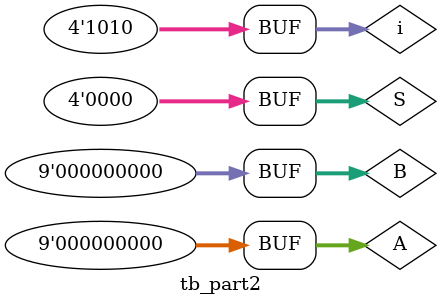
<source format=v>
`timescale 1ns / 1ps

module tb_part2;
 reg[8:0] A,B;
 reg[3:0] S;

//Output
 wire[8:0] Q;
 //counter
 reg[3:0] i;
 part2 test_unit(
            .A(A),.B(B),  //Inputs                 
            .S(S),//Select
            .Q(Q)//output
     );
    initial begin
    // testing all 0s
      A = 9'b000000000;
      B = 9'b000000000;
      S = 4'b0000;
      
      #15
      
      for (i=0;i <= 9;i = i+ 1'b1)
      begin
       S = S + 4'b0001;
       #15;   
      end;
      //testing all 1s
      A = 9'b000000001;
      B = 9'b000000001;
      S = 4'b0000;
      
      #15
      
      for (i=0;i <= 9;i = i+ 1'b1)
      begin
       S = S + 4'b0001;
       #15;   
      end;
      //testing all positive inputs
      A = 9'b000101001;
      B = 9'b000100001;
      S = 4'b0000;
      
      #15
      
      for (i=0;i <= 9;i = i+ 1'b1)
      begin
       S = S + 4'b0001;
       #15;   
      end;
      //testing all negative inputs
      A = 9'b111101111;
      B = 9'b111101101;
      S = 4'b0000;
      
      #15
      
      for (i=0;i <= 9;i = i+ 1'b1)
      begin
       S = S + 4'b0001;
       #15;   
      end;
      //testing one positive and one negative input
      A = 9'b101100001;
      B = 9'b000100001;
      S = 4'b0000;
      
      #15
      
      for (i=0;i <= 9;i = i+ 1'b1)
      begin
       S = S + 4'b0001;
       #15;   
      end;
      A = 9'b000000000;
      B = 9'b000000000;
      S = 4'b0000;
    end
endmodule

</source>
